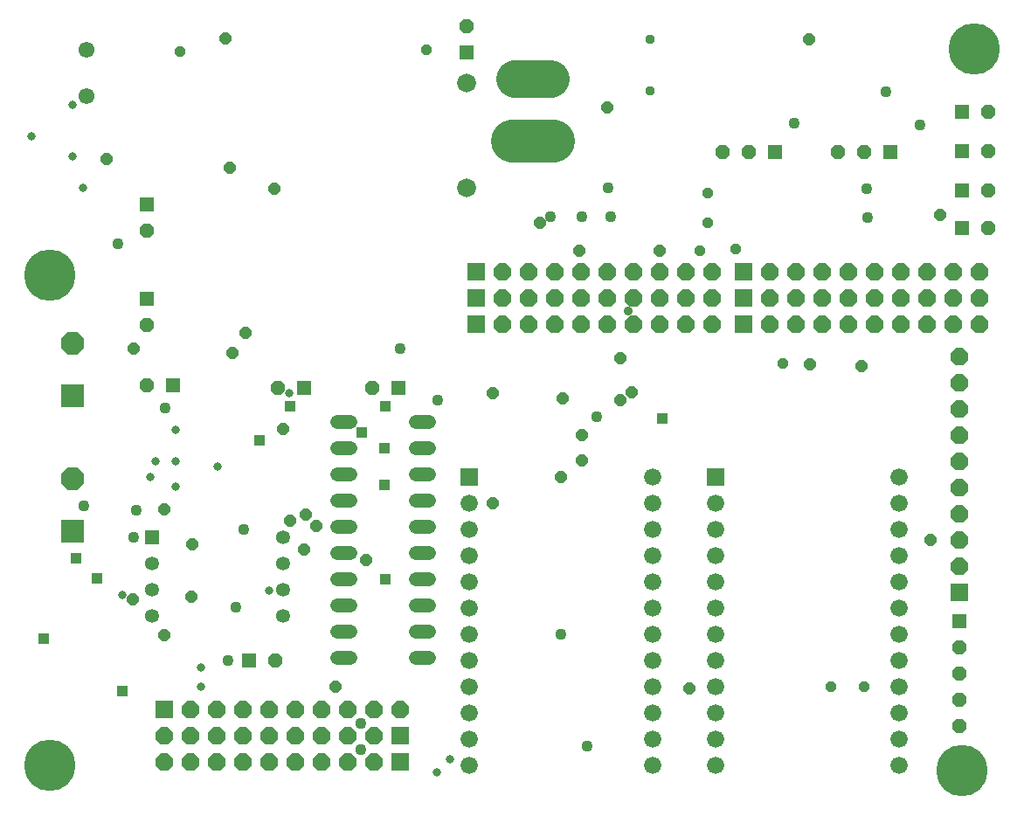
<source format=gbs>
G75*
%MOIN*%
%OFA0B0*%
%FSLAX25Y25*%
%IPPOS*%
%LPD*%
%AMOC8*
5,1,8,0,0,1.08239X$1,22.5*
%
%ADD10C,0.19600*%
%ADD11R,0.06600X0.06600*%
%ADD12C,0.06600*%
%ADD13C,0.05400*%
%ADD14R,0.05324X0.05324*%
%ADD15C,0.05324*%
%ADD16C,0.06112*%
%ADD17OC8,0.06600*%
%ADD18OC8,0.05324*%
%ADD19C,0.03750*%
%ADD20C,0.16400*%
%ADD21C,0.14400*%
%ADD22C,0.07200*%
%ADD23R,0.08868X0.08868*%
%ADD24OC8,0.08868*%
%ADD25OC8,0.03969*%
%ADD26OC8,0.04362*%
%ADD27C,0.04362*%
%ADD28R,0.04362X0.04362*%
%ADD29C,0.03500*%
%ADD30C,0.03300*%
D10*
X0026178Y0023300D03*
X0026178Y0210300D03*
X0374178Y0021300D03*
X0378678Y0296800D03*
D11*
X0290678Y0211800D03*
X0290678Y0201800D03*
X0290678Y0191800D03*
X0280178Y0133300D03*
X0188678Y0191800D03*
X0188678Y0201800D03*
X0188678Y0211800D03*
X0186178Y0133300D03*
X0069678Y0044800D03*
X0159678Y0034800D03*
X0159678Y0024800D03*
X0373178Y0089300D03*
D12*
X0350178Y0093300D03*
X0350178Y0083300D03*
X0350178Y0073300D03*
X0350178Y0063300D03*
X0350178Y0053300D03*
X0350178Y0043300D03*
X0350178Y0033300D03*
X0350178Y0023300D03*
X0280178Y0023300D03*
X0280178Y0033300D03*
X0280178Y0043300D03*
X0280178Y0053300D03*
X0280178Y0063300D03*
X0280178Y0073300D03*
X0280178Y0083300D03*
X0280178Y0093300D03*
X0280178Y0103300D03*
X0280178Y0113300D03*
X0280178Y0123300D03*
X0256178Y0123300D03*
X0256178Y0113300D03*
X0256178Y0103300D03*
X0256178Y0093300D03*
X0256178Y0083300D03*
X0256178Y0073300D03*
X0256178Y0063300D03*
X0256178Y0053300D03*
X0256178Y0043300D03*
X0256178Y0033300D03*
X0256178Y0023300D03*
X0186178Y0023300D03*
X0186178Y0033300D03*
X0186178Y0043300D03*
X0186178Y0053300D03*
X0186178Y0063300D03*
X0186178Y0073300D03*
X0186178Y0083300D03*
X0186178Y0093300D03*
X0186178Y0103300D03*
X0186178Y0113300D03*
X0186178Y0123300D03*
X0256178Y0133300D03*
X0350178Y0133300D03*
X0350178Y0123300D03*
X0350178Y0113300D03*
X0350178Y0103300D03*
D13*
X0170578Y0104300D02*
X0165778Y0104300D01*
X0165778Y0094300D02*
X0170578Y0094300D01*
X0170578Y0084300D02*
X0165778Y0084300D01*
X0165778Y0074300D02*
X0170578Y0074300D01*
X0170578Y0064300D02*
X0165778Y0064300D01*
X0140578Y0064300D02*
X0135778Y0064300D01*
X0135778Y0074300D02*
X0140578Y0074300D01*
X0140578Y0084300D02*
X0135778Y0084300D01*
X0135778Y0094300D02*
X0140578Y0094300D01*
X0140578Y0104300D02*
X0135778Y0104300D01*
X0135778Y0114300D02*
X0140578Y0114300D01*
X0140578Y0124300D02*
X0135778Y0124300D01*
X0135778Y0134300D02*
X0140578Y0134300D01*
X0140578Y0144300D02*
X0135778Y0144300D01*
X0135778Y0154300D02*
X0140578Y0154300D01*
X0165778Y0154300D02*
X0170578Y0154300D01*
X0170578Y0144300D02*
X0165778Y0144300D01*
X0165778Y0134300D02*
X0170578Y0134300D01*
X0170578Y0124300D02*
X0165778Y0124300D01*
X0165778Y0114300D02*
X0170578Y0114300D01*
D14*
X0159178Y0167300D03*
X0123178Y0167300D03*
X0073178Y0168300D03*
X0063178Y0201300D03*
X0063178Y0237300D03*
X0185178Y0295300D03*
X0302678Y0257400D03*
X0346678Y0257400D03*
X0374178Y0257800D03*
X0374178Y0272800D03*
X0374178Y0242800D03*
X0374178Y0228300D03*
X0373178Y0078300D03*
X0102178Y0063300D03*
X0065178Y0110300D03*
D15*
X0065178Y0100300D03*
X0065178Y0090300D03*
X0065178Y0080300D03*
X0115178Y0080300D03*
X0115178Y0090300D03*
X0115178Y0100300D03*
X0115178Y0110300D03*
D16*
X0040178Y0278583D03*
X0040178Y0296300D03*
D17*
X0198678Y0211800D03*
X0208678Y0211800D03*
X0218678Y0211800D03*
X0228678Y0211800D03*
X0238678Y0211800D03*
X0248678Y0211800D03*
X0258678Y0211800D03*
X0268678Y0211800D03*
X0278678Y0211800D03*
X0278678Y0201800D03*
X0268678Y0201800D03*
X0258678Y0201800D03*
X0248678Y0201800D03*
X0238678Y0201800D03*
X0228678Y0201800D03*
X0218678Y0201800D03*
X0208678Y0201800D03*
X0198678Y0201800D03*
X0198678Y0191800D03*
X0208678Y0191800D03*
X0218678Y0191800D03*
X0228678Y0191800D03*
X0238678Y0191800D03*
X0248678Y0191800D03*
X0258678Y0191800D03*
X0268678Y0191800D03*
X0278678Y0191800D03*
X0300678Y0191800D03*
X0310678Y0191800D03*
X0320678Y0191800D03*
X0330678Y0191800D03*
X0340678Y0191800D03*
X0350678Y0191800D03*
X0360678Y0191800D03*
X0370678Y0191800D03*
X0380678Y0191800D03*
X0373178Y0179300D03*
X0373178Y0169300D03*
X0373178Y0159300D03*
X0373178Y0149300D03*
X0373178Y0139300D03*
X0373178Y0129300D03*
X0373178Y0119300D03*
X0373178Y0109300D03*
X0373178Y0099300D03*
X0370678Y0201800D03*
X0380678Y0201800D03*
X0380678Y0211800D03*
X0370678Y0211800D03*
X0360678Y0211800D03*
X0350678Y0211800D03*
X0350678Y0201800D03*
X0360678Y0201800D03*
X0340678Y0201800D03*
X0330678Y0201800D03*
X0330678Y0211800D03*
X0340678Y0211800D03*
X0320678Y0211800D03*
X0310678Y0211800D03*
X0310678Y0201800D03*
X0320678Y0201800D03*
X0300678Y0201800D03*
X0300678Y0211800D03*
X0159678Y0044800D03*
X0149678Y0044800D03*
X0139678Y0044800D03*
X0139678Y0034800D03*
X0149678Y0034800D03*
X0149678Y0024800D03*
X0139678Y0024800D03*
X0129678Y0024800D03*
X0119678Y0024800D03*
X0119678Y0034800D03*
X0129678Y0034800D03*
X0129678Y0044800D03*
X0119678Y0044800D03*
X0109678Y0044800D03*
X0099678Y0044800D03*
X0099678Y0034800D03*
X0109678Y0034800D03*
X0109678Y0024800D03*
X0099678Y0024800D03*
X0089678Y0024800D03*
X0079678Y0024800D03*
X0079678Y0034800D03*
X0089678Y0034800D03*
X0089678Y0044800D03*
X0079678Y0044800D03*
X0069678Y0034800D03*
X0069678Y0024800D03*
D18*
X0112178Y0063300D03*
X0113178Y0167300D03*
X0149178Y0167300D03*
X0063178Y0168300D03*
X0063178Y0191300D03*
X0063178Y0227300D03*
X0185178Y0305300D03*
X0282678Y0257400D03*
X0292678Y0257400D03*
X0326678Y0257400D03*
X0336678Y0257400D03*
X0384178Y0257800D03*
X0384178Y0272800D03*
X0384178Y0242800D03*
X0384178Y0228300D03*
X0373178Y0068300D03*
X0373178Y0058300D03*
X0373178Y0048300D03*
X0373178Y0038300D03*
D19*
X0254965Y0280646D03*
X0254965Y0300331D03*
D20*
X0218078Y0261800D02*
X0202278Y0261800D01*
D21*
X0203278Y0285400D02*
X0217078Y0285400D01*
D22*
X0185178Y0283800D03*
X0185178Y0243800D03*
D23*
X0034678Y0164300D03*
X0034678Y0112800D03*
D24*
X0034678Y0132800D03*
X0034678Y0184300D03*
D25*
X0075678Y0295800D03*
X0169678Y0296300D03*
X0277178Y0241800D03*
X0277178Y0230300D03*
X0273978Y0219800D03*
X0287678Y0220300D03*
X0305678Y0176800D03*
X0324178Y0053300D03*
X0336678Y0053300D03*
D26*
X0270178Y0052800D03*
X0195178Y0123300D03*
X0221178Y0133300D03*
X0229178Y0139800D03*
X0229178Y0149300D03*
X0221678Y0163300D03*
X0243678Y0162800D03*
X0248178Y0165800D03*
X0243678Y0178800D03*
X0195178Y0165300D03*
X0228178Y0219800D03*
X0213178Y0230300D03*
X0258678Y0219800D03*
X0316178Y0176300D03*
X0335678Y0175800D03*
X0365678Y0233300D03*
X0315678Y0300300D03*
X0238678Y0274300D03*
X0111678Y0243300D03*
X0094678Y0251300D03*
X0047678Y0254800D03*
X0093178Y0300800D03*
X0100678Y0188300D03*
X0095678Y0180800D03*
X0115178Y0151700D03*
X0123778Y0119200D03*
X0127878Y0114800D03*
X0123178Y0105800D03*
X0117678Y0116800D03*
X0146778Y0101700D03*
X0135178Y0053300D03*
X0080078Y0087600D03*
X0069678Y0073100D03*
X0057678Y0086900D03*
X0080378Y0107700D03*
X0069878Y0121000D03*
X0058178Y0182300D03*
X0362178Y0109300D03*
D27*
X0234678Y0156300D03*
X0174178Y0162800D03*
X0159678Y0182300D03*
X0217178Y0232800D03*
X0229178Y0232800D03*
X0240178Y0232800D03*
X0239178Y0243800D03*
X0310178Y0268300D03*
X0345178Y0280300D03*
X0358178Y0267800D03*
X0337678Y0243300D03*
X0338178Y0232300D03*
X0221178Y0073300D03*
X0231178Y0030800D03*
X0144678Y0029300D03*
X0144678Y0039300D03*
X0094178Y0063300D03*
X0097178Y0083800D03*
X0100178Y0113300D03*
X0059178Y0120800D03*
X0058178Y0110300D03*
X0039178Y0122300D03*
X0070178Y0159800D03*
X0052178Y0222300D03*
D28*
X0117678Y0160300D03*
X0106178Y0147300D03*
X0145178Y0150300D03*
X0153678Y0144300D03*
X0153678Y0130300D03*
X0154178Y0160300D03*
X0154178Y0094300D03*
X0053678Y0051800D03*
X0023678Y0071800D03*
X0044178Y0094800D03*
X0036178Y0102300D03*
X0259678Y0155800D03*
D29*
X0246678Y0196800D03*
D30*
X0117477Y0165532D03*
X0089918Y0137473D03*
X0074170Y0139442D03*
X0066296Y0139442D03*
X0064327Y0133536D03*
X0074170Y0129599D03*
X0074170Y0151253D03*
X0053678Y0088300D03*
X0083678Y0060800D03*
X0083678Y0053300D03*
X0109603Y0090229D03*
X0178678Y0025800D03*
X0173678Y0020800D03*
X0038737Y0243772D03*
X0034800Y0255583D03*
X0019052Y0263457D03*
X0034800Y0275269D03*
M02*

</source>
